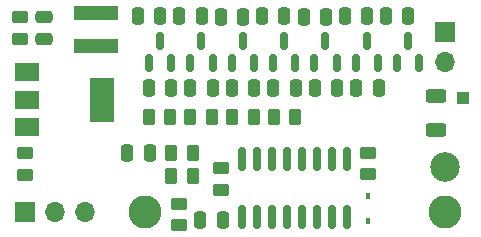
<source format=gts>
G04 #@! TF.GenerationSoftware,KiCad,Pcbnew,5.99.0-unknown-4920692bcd~125~ubuntu20.04.1*
G04 #@! TF.CreationDate,2021-04-19T16:17:20+09:00*
G04 #@! TF.ProjectId,OpenHVPS-5,4f70656e-4856-4505-932d-352e6b696361,V1.2.1*
G04 #@! TF.SameCoordinates,Original*
G04 #@! TF.FileFunction,Soldermask,Top*
G04 #@! TF.FilePolarity,Negative*
%FSLAX46Y46*%
G04 Gerber Fmt 4.6, Leading zero omitted, Abs format (unit mm)*
G04 Created by KiCad (PCBNEW 5.99.0-unknown-4920692bcd~125~ubuntu20.04.1) date 2021-04-19 16:17:20*
%MOMM*%
%LPD*%
G01*
G04 APERTURE LIST*
G04 Aperture macros list*
%AMRoundRect*
0 Rectangle with rounded corners*
0 $1 Rounding radius*
0 $2 $3 $4 $5 $6 $7 $8 $9 X,Y pos of 4 corners*
0 Add a 4 corners polygon primitive as box body*
4,1,4,$2,$3,$4,$5,$6,$7,$8,$9,$2,$3,0*
0 Add four circle primitives for the rounded corners*
1,1,$1+$1,$2,$3*
1,1,$1+$1,$4,$5*
1,1,$1+$1,$6,$7*
1,1,$1+$1,$8,$9*
0 Add four rect primitives between the rounded corners*
20,1,$1+$1,$2,$3,$4,$5,0*
20,1,$1+$1,$4,$5,$6,$7,0*
20,1,$1+$1,$6,$7,$8,$9,0*
20,1,$1+$1,$8,$9,$2,$3,0*%
G04 Aperture macros list end*
%ADD10RoundRect,0.250000X-0.250000X-0.475000X0.250000X-0.475000X0.250000X0.475000X-0.250000X0.475000X0*%
%ADD11RoundRect,0.250000X0.450000X-0.262500X0.450000X0.262500X-0.450000X0.262500X-0.450000X-0.262500X0*%
%ADD12R,1.700000X1.700000*%
%ADD13O,1.700000X1.700000*%
%ADD14C,2.500000*%
%ADD15C,2.800000*%
%ADD16RoundRect,0.150000X0.150000X-0.587500X0.150000X0.587500X-0.150000X0.587500X-0.150000X-0.587500X0*%
%ADD17RoundRect,0.250000X-0.450000X0.262500X-0.450000X-0.262500X0.450000X-0.262500X0.450000X0.262500X0*%
%ADD18RoundRect,0.250000X0.262500X0.450000X-0.262500X0.450000X-0.262500X-0.450000X0.262500X-0.450000X0*%
%ADD19RoundRect,0.250000X-0.475000X0.250000X-0.475000X-0.250000X0.475000X-0.250000X0.475000X0.250000X0*%
%ADD20RoundRect,0.250000X-0.625000X0.312500X-0.625000X-0.312500X0.625000X-0.312500X0.625000X0.312500X0*%
%ADD21R,3.700000X1.200000*%
%ADD22RoundRect,0.250000X-0.262500X-0.450000X0.262500X-0.450000X0.262500X0.450000X-0.262500X0.450000X0*%
%ADD23RoundRect,0.150000X0.150000X-0.825000X0.150000X0.825000X-0.150000X0.825000X-0.150000X-0.825000X0*%
%ADD24R,2.000000X1.500000*%
%ADD25R,2.000000X3.800000*%
%ADD26R,0.450000X0.600000*%
%ADD27R,1.000000X1.000000*%
%ADD28RoundRect,0.250000X0.250000X0.475000X-0.250000X0.475000X-0.250000X-0.475000X0.250000X-0.475000X0*%
G04 APERTURE END LIST*
D10*
X145968666Y-65050000D03*
X147868666Y-65050000D03*
D11*
X128500000Y-72413500D03*
X128500000Y-70588500D03*
D12*
X164060000Y-60325000D03*
D13*
X164060000Y-62865000D03*
D10*
X142448333Y-65050000D03*
X144348333Y-65050000D03*
D14*
X164060000Y-71755000D03*
D15*
X164060000Y-75565000D03*
D16*
X156450000Y-62937500D03*
X158350000Y-62937500D03*
X157400000Y-61062500D03*
X142450000Y-62937500D03*
X144350000Y-62937500D03*
X143400000Y-61062500D03*
D10*
X148530000Y-59000000D03*
X150430000Y-59000000D03*
X149488999Y-65050000D03*
X151388999Y-65050000D03*
D17*
X157520000Y-70520000D03*
X157520000Y-72345000D03*
D10*
X145020000Y-59010000D03*
X146920000Y-59010000D03*
D16*
X138928000Y-62913500D03*
X140828000Y-62913500D03*
X139878000Y-61038500D03*
D18*
X147824498Y-67520000D03*
X145999498Y-67520000D03*
D11*
X128020000Y-60912500D03*
X128020000Y-59087500D03*
D18*
X151351499Y-67520000D03*
X149526499Y-67520000D03*
D17*
X145020000Y-71857500D03*
X145020000Y-73682500D03*
D10*
X153009332Y-65050000D03*
X154909332Y-65050000D03*
D16*
X149450000Y-62937500D03*
X151350000Y-62937500D03*
X150400000Y-61062500D03*
D15*
X138660000Y-75565000D03*
D16*
X152950000Y-62937500D03*
X154850000Y-62937500D03*
X153900000Y-61062500D03*
D10*
X138030000Y-58990000D03*
X139930000Y-58990000D03*
D19*
X130100000Y-59050000D03*
X130100000Y-60950000D03*
D12*
X128500000Y-75565000D03*
D13*
X131040000Y-75565000D03*
X133580000Y-75565000D03*
D20*
X163298000Y-65720500D03*
X163298000Y-68645500D03*
D10*
X156529665Y-65050000D03*
X158429665Y-65050000D03*
D18*
X142682500Y-72520000D03*
X140857500Y-72520000D03*
D10*
X138928000Y-65050000D03*
X140828000Y-65050000D03*
X152060000Y-59010000D03*
X153960000Y-59010000D03*
D21*
X134500000Y-58700000D03*
X134500000Y-61500000D03*
D11*
X141520000Y-76682500D03*
X141520000Y-74857500D03*
D22*
X138945500Y-67520000D03*
X140770500Y-67520000D03*
D10*
X159020000Y-59000000D03*
X160920000Y-59000000D03*
D18*
X144297499Y-67520000D03*
X142472499Y-67520000D03*
X142682500Y-70520000D03*
X140857500Y-70520000D03*
D10*
X155540000Y-59000000D03*
X157440000Y-59000000D03*
D23*
X146825000Y-75995000D03*
X148095000Y-75995000D03*
X149365000Y-75995000D03*
X150635000Y-75995000D03*
X151905000Y-75995000D03*
X153175000Y-75995000D03*
X154445000Y-75995000D03*
X155715000Y-75995000D03*
X155715000Y-71045000D03*
X154445000Y-71045000D03*
X153175000Y-71045000D03*
X151905000Y-71045000D03*
X150635000Y-71045000D03*
X149365000Y-71045000D03*
X148095000Y-71045000D03*
X146825000Y-71045000D03*
D24*
X128676000Y-63740000D03*
X128676000Y-68340000D03*
D25*
X134976000Y-66040000D03*
D24*
X128676000Y-66040000D03*
D16*
X159950000Y-62937500D03*
X161850000Y-62937500D03*
X160900000Y-61062500D03*
D26*
X157520000Y-76320000D03*
X157520000Y-74220000D03*
D27*
X165584000Y-65913000D03*
D28*
X139020000Y-70520000D03*
X137120000Y-70520000D03*
D10*
X141530000Y-58990000D03*
X143430000Y-58990000D03*
D16*
X145968666Y-62937500D03*
X147868666Y-62937500D03*
X146918666Y-61062500D03*
D10*
X143320000Y-76270000D03*
X145220000Y-76270000D03*
M02*

</source>
